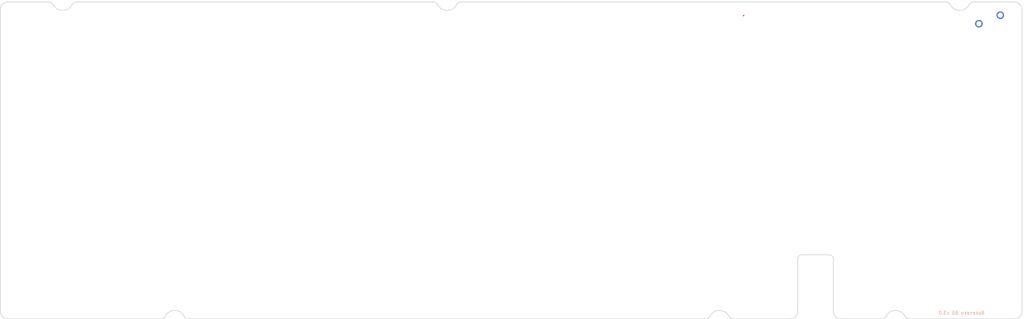
<source format=kicad_pcb>
(kicad_pcb (version 20171130) (host pcbnew "(5.1.10)-1")

  (general
    (thickness 1.6)
    (drawings 41)
    (tracks 1)
    (zones 0)
    (modules 1)
    (nets 4)
  )

  (page A4)
  (layers
    (0 F.Cu signal)
    (31 B.Cu signal)
    (32 B.Adhes user)
    (33 F.Adhes user)
    (34 B.Paste user)
    (35 F.Paste user)
    (36 B.SilkS user)
    (37 F.SilkS user)
    (38 B.Mask user)
    (39 F.Mask user)
    (40 Dwgs.User user hide)
    (41 Cmts.User user)
    (42 Eco1.User user)
    (43 Eco2.User user)
    (44 Edge.Cuts user)
    (45 Margin user)
    (46 B.CrtYd user)
    (47 F.CrtYd user)
    (48 B.Fab user)
    (49 F.Fab user)
  )

  (setup
    (last_trace_width 0.25)
    (trace_clearance 0.2)
    (zone_clearance 0.254)
    (zone_45_only no)
    (trace_min 0.2)
    (via_size 0.8)
    (via_drill 0.4)
    (via_min_size 0.4)
    (via_min_drill 0.3)
    (uvia_size 0.3)
    (uvia_drill 0.1)
    (uvias_allowed no)
    (uvia_min_size 0.2)
    (uvia_min_drill 0.1)
    (edge_width 0.05)
    (segment_width 0.2)
    (pcb_text_width 0.3)
    (pcb_text_size 1.5 1.5)
    (mod_edge_width 0.12)
    (mod_text_size 1 1)
    (mod_text_width 0.15)
    (pad_size 1.524 1.524)
    (pad_drill 0.762)
    (pad_to_mask_clearance 0.05)
    (aux_axis_origin 0 0)
    (grid_origin 4.60375 43.18)
    (visible_elements 7FFFEFFF)
    (pcbplotparams
      (layerselection 0x010fc_ffffffff)
      (usegerberextensions false)
      (usegerberattributes false)
      (usegerberadvancedattributes false)
      (creategerberjobfile false)
      (excludeedgelayer true)
      (linewidth 0.100000)
      (plotframeref false)
      (viasonmask false)
      (mode 1)
      (useauxorigin false)
      (hpglpennumber 1)
      (hpglpenspeed 20)
      (hpglpendiameter 15.000000)
      (psnegative false)
      (psa4output false)
      (plotreference true)
      (plotvalue false)
      (plotinvisibletext false)
      (padsonsilk true)
      (subtractmaskfromsilk false)
      (outputformat 1)
      (mirror false)
      (drillshape 0)
      (scaleselection 1)
      (outputdirectory "./gerber"))
  )

  (net 0 "")
  (net 1 "Net-(D16-Pad2)")
  (net 2 COL11)
  (net 3 COL15)

  (net_class Default "This is the default net class."
    (clearance 0.2)
    (trace_width 0.25)
    (via_dia 0.8)
    (via_drill 0.4)
    (uvia_dia 0.3)
    (uvia_drill 0.1)
    (add_net COL11)
    (add_net COL15)
    (add_net "Net-(D16-Pad2)")
  )

  (net_class D ""
    (clearance 0.2)
    (trace_width 0.2)
    (via_dia 0.8)
    (via_drill 0.4)
    (uvia_dia 0.3)
    (uvia_drill 0.1)
  )

  (net_class Power ""
    (clearance 0.2)
    (trace_width 0.381)
    (via_dia 0.8)
    (via_drill 0.4)
    (uvia_dia 0.3)
    (uvia_drill 0.1)
  )

  (module MX_Only:MXOnly-1U-NoLED (layer F.Cu) (tedit 5BD3C6C7) (tstamp 5F3C2E89)
    (at 294.75 9)
    (path /5F45B9B8/5F497432)
    (fp_text reference MX16 (at 0 3.175) (layer Dwgs.User)
      (effects (font (size 1 1) (thickness 0.15)))
    )
    (fp_text value 1u (at 0 -7.9375) (layer Dwgs.User)
      (effects (font (size 1 1) (thickness 0.15)))
    )
    (fp_line (start -9.525 9.525) (end -9.525 -9.525) (layer Dwgs.User) (width 0.15))
    (fp_line (start 9.525 9.525) (end -9.525 9.525) (layer Dwgs.User) (width 0.15))
    (fp_line (start 9.525 -9.525) (end 9.525 9.525) (layer Dwgs.User) (width 0.15))
    (fp_line (start -9.525 -9.525) (end 9.525 -9.525) (layer Dwgs.User) (width 0.15))
    (fp_line (start -7 -7) (end -7 -5) (layer Dwgs.User) (width 0.15))
    (fp_line (start -5 -7) (end -7 -7) (layer Dwgs.User) (width 0.15))
    (fp_line (start -7 7) (end -5 7) (layer Dwgs.User) (width 0.15))
    (fp_line (start -7 5) (end -7 7) (layer Dwgs.User) (width 0.15))
    (fp_line (start 7 7) (end 7 5) (layer Dwgs.User) (width 0.15))
    (fp_line (start 5 7) (end 7 7) (layer Dwgs.User) (width 0.15))
    (fp_line (start 7 -7) (end 7 -5) (layer Dwgs.User) (width 0.15))
    (fp_line (start 5 -7) (end 7 -7) (layer Dwgs.User) (width 0.15))
    (pad 2 thru_hole circle (at 2.54 -5.08) (size 2.25 2.25) (drill 1.47) (layers *.Cu B.Mask)
      (net 3 COL15))
    (pad "" np_thru_hole circle (at 0 0) (size 3.9878 3.9878) (drill 3.9878) (layers *.Cu *.Mask))
    (pad 1 thru_hole circle (at -3.81 -2.54) (size 2.25 2.25) (drill 1.47) (layers *.Cu B.Mask)
      (net 1 "Net-(D16-Pad2)"))
    (pad "" np_thru_hole circle (at -5.08 0 48.0996) (size 1.75 1.75) (drill 1.75) (layers *.Cu *.Mask))
    (pad "" np_thru_hole circle (at 5.08 0 48.0996) (size 1.75 1.75) (drill 1.75) (layers *.Cu *.Mask))
  )

  (gr_line (start 47.739394 94.2) (end 2.25 94.2) (layer Edge.Cuts) (width 0.2))
  (gr_line (start 14.401894 0) (end 2.25 0) (layer Edge.Cuts) (width 0.2))
  (gr_line (start 234.825 94.2) (end 217.910605 94.2) (layer Edge.Cuts) (width 0.2))
  (gr_line (start 209.664394 94.2) (end 55.985605 94.2) (layer Edge.Cuts) (width 0.2))
  (gr_line (start 128.701894 0) (end 22.648105 0) (layer Edge.Cuts) (width 0.2))
  (gr_line (start 0 91.95) (end 0 2.25) (layer Edge.Cuts) (width 0.2))
  (gr_line (start 237.075 76.4) (end 237.075 91.95) (layer Edge.Cuts) (width 0.2))
  (gr_arc (start 285.225 -0.65) (end 282.431928 0.806452) (angle -124.9202791) (layer Edge.Cuts) (width 0.2))
  (gr_arc (start 281.101894 1.5) (end 282.431928 0.806452) (angle -62.46013955) (layer Edge.Cuts) (width 0.2))
  (gr_arc (start 136.948105 1.5) (end 136.948105 0) (angle -62.46013955) (layer Edge.Cuts) (width 0.2))
  (gr_arc (start 128.701894 1.5) (end 130.031928 0.806452) (angle -62.46013955) (layer Edge.Cuts) (width 0.2))
  (gr_arc (start 14.401894 1.5) (end 15.731928 0.806452) (angle -62.46013955) (layer Edge.Cuts) (width 0.2))
  (gr_arc (start 47.739394 92.7) (end 47.739394 94.2) (angle -62.46013955) (layer Edge.Cuts) (width 0.2))
  (gr_arc (start 213.7875 94.85) (end 216.580571 93.393549) (angle -124.9202791) (layer Edge.Cuts) (width 0.2))
  (gr_arc (start 238.325 76.4) (end 238.325 75.15) (angle -90) (layer Edge.Cuts) (width 0.2))
  (gr_arc (start 209.664394 92.7) (end 209.664394 94.2) (angle -62.46013955) (layer Edge.Cuts) (width 0.2))
  (gr_arc (start 132.825 -0.65) (end 130.031928 0.806452) (angle -124.9202791) (layer Edge.Cuts) (width 0.2))
  (gr_arc (start 18.525 -0.65) (end 15.731928 0.806452) (angle -124.9202791) (layer Edge.Cuts) (width 0.2))
  (gr_arc (start 246.4 76.4) (end 247.65 76.4) (angle -90) (layer Edge.Cuts) (width 0.2))
  (gr_arc (start 2.25 2.25) (end 2.25 0) (angle -90) (layer Edge.Cuts) (width 0.2))
  (gr_arc (start 2.25 91.95) (end 0 91.95) (angle -90) (layer Edge.Cuts) (width 0.2))
  (gr_arc (start 51.8625 94.85) (end 54.655571 93.393549) (angle -124.9202791) (layer Edge.Cuts) (width 0.2))
  (gr_arc (start 55.985605 92.7) (end 54.655571 93.393549) (angle -62.46013955) (layer Edge.Cuts) (width 0.2))
  (gr_arc (start 217.910605 92.7) (end 216.580571 93.393549) (angle -62.46013955) (layer Edge.Cuts) (width 0.2))
  (gr_arc (start 249.9 91.95) (end 247.65 91.95) (angle -90) (layer Edge.Cuts) (width 0.2))
  (gr_arc (start 234.825 91.95) (end 234.825 94.2) (angle -90) (layer Edge.Cuts) (width 0.2))
  (gr_arc (start 22.648105 1.5) (end 22.648105 0) (angle -62.46013955) (layer Edge.Cuts) (width 0.2))
  (gr_arc (start 270.298105 92.7) (end 268.968071 93.393549) (angle -62.46013955) (layer Edge.Cuts) (width 0.2))
  (gr_arc (start 301.5 91.95) (end 301.5 94.2) (angle -90) (layer Edge.Cuts) (width 0.2))
  (gr_arc (start 301.5 2.25) (end 303.75 2.25) (angle -90) (layer Edge.Cuts) (width 0.2))
  (gr_arc (start 289.348105 1.5) (end 289.348105 0) (angle -62.46013955) (layer Edge.Cuts) (width 0.2))
  (gr_line (start 238.325 75.15) (end 246.4 75.15) (layer Edge.Cuts) (width 0.2))
  (gr_line (start 247.65 76.4) (end 247.65 91.95) (layer Edge.Cuts) (width 0.2))
  (gr_line (start 303.75 91.95) (end 303.75 2.25) (layer Edge.Cuts) (width 0.2))
  (gr_line (start 301.5 94.2) (end 270.298105 94.2) (layer Edge.Cuts) (width 0.2))
  (gr_line (start 262.051894 94.2) (end 249.9 94.2) (layer Edge.Cuts) (width 0.2))
  (gr_line (start 301.5 0) (end 289.348105 0) (layer Edge.Cuts) (width 0.2))
  (gr_line (start 281.101894 0) (end 136.948105 0) (layer Edge.Cuts) (width 0.2))
  (gr_arc (start 262.051894 92.7) (end 262.051894 94.2) (angle -62.46013955) (layer Edge.Cuts) (width 0.2))
  (gr_arc (start 266.175 94.85) (end 268.968071 93.393549) (angle -124.9202791) (layer Edge.Cuts) (width 0.2))
  (gr_text "Bakeneko 65 v3.0" (at 285.85375 92.43) (layer B.SilkS)
    (effects (font (size 1 1) (thickness 0.15) italic) (justify mirror))
  )

  (segment (start 220.875001 4.134999) (end 221.09 3.92) (width 0.25) (layer F.Cu) (net 2))

)

</source>
